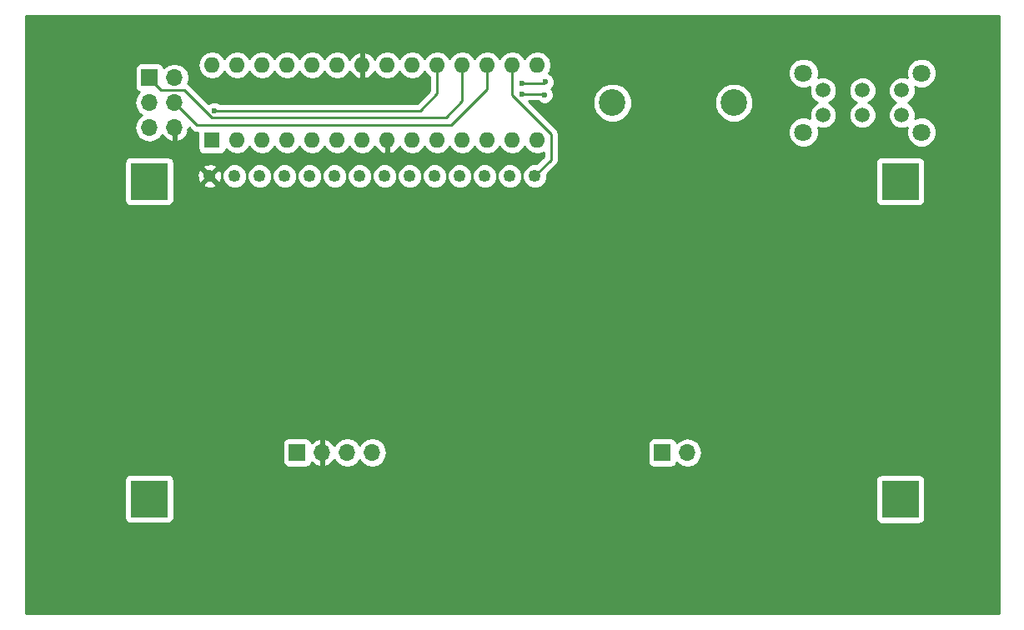
<source format=gbr>
G04 #@! TF.FileFunction,Copper,L2,Bot,Signal*
%FSLAX46Y46*%
G04 Gerber Fmt 4.6, Leading zero omitted, Abs format (unit mm)*
G04 Created by KiCad (PCBNEW 4.0.6) date Fri Mar 17 12:33:41 2017*
%MOMM*%
%LPD*%
G01*
G04 APERTURE LIST*
%ADD10C,0.100000*%
%ADD11R,1.700000X1.700000*%
%ADD12O,1.700000X1.700000*%
%ADD13C,1.500000*%
%ADD14C,1.800000*%
%ADD15R,1.600000X1.600000*%
%ADD16O,1.600000X1.600000*%
%ADD17C,2.700000*%
%ADD18R,3.750000X3.750000*%
%ADD19C,1.250000*%
%ADD20C,0.600000*%
%ADD21C,0.250000*%
%ADD22C,0.254000*%
G04 APERTURE END LIST*
D10*
D11*
X81280000Y-62230000D03*
D12*
X83820000Y-62230000D03*
D11*
X29210000Y-24130000D03*
D12*
X31750000Y-24130000D03*
X29210000Y-26670000D03*
X31750000Y-26670000D03*
X29210000Y-29210000D03*
X31750000Y-29210000D03*
D11*
X44197000Y-62217000D03*
D12*
X46737000Y-62217000D03*
X49277000Y-62217000D03*
X51817000Y-62217000D03*
D13*
X97600000Y-25420000D03*
X101600000Y-25420000D03*
X105600000Y-25420000D03*
X97600000Y-27920000D03*
X101600000Y-27920000D03*
X105600000Y-27920000D03*
D14*
X95600000Y-23670000D03*
X107600000Y-23670000D03*
X95600000Y-29670000D03*
X107600000Y-29670000D03*
D15*
X35560000Y-30480000D03*
D16*
X68580000Y-22860000D03*
X38100000Y-30480000D03*
X66040000Y-22860000D03*
X40640000Y-30480000D03*
X63500000Y-22860000D03*
X43180000Y-30480000D03*
X60960000Y-22860000D03*
X45720000Y-30480000D03*
X58420000Y-22860000D03*
X48260000Y-30480000D03*
X55880000Y-22860000D03*
X50800000Y-30480000D03*
X53340000Y-22860000D03*
X53340000Y-30480000D03*
X50800000Y-22860000D03*
X55880000Y-30480000D03*
X48260000Y-22860000D03*
X58420000Y-30480000D03*
X45720000Y-22860000D03*
X60960000Y-30480000D03*
X43180000Y-22860000D03*
X63500000Y-30480000D03*
X40640000Y-22860000D03*
X66040000Y-30480000D03*
X38100000Y-22860000D03*
X68580000Y-30480000D03*
X35560000Y-22860000D03*
D17*
X76200000Y-26670000D03*
X88540000Y-26670000D03*
D18*
X29185000Y-34675000D03*
X105435000Y-34675000D03*
X29185000Y-66925000D03*
X105435000Y-66950000D03*
D19*
X35310000Y-34130000D03*
X37850000Y-34130000D03*
X40390000Y-34130000D03*
X42930000Y-34130000D03*
X45470000Y-34130000D03*
X48010000Y-34130000D03*
X50550000Y-34130000D03*
X53090000Y-34130000D03*
X55630000Y-34130000D03*
X58170000Y-34130000D03*
X60710000Y-34130000D03*
X63250000Y-34130000D03*
X65790000Y-34130000D03*
X68330000Y-34130000D03*
D20*
X77210000Y-20270000D03*
X89850000Y-20320000D03*
X51120000Y-20320000D03*
X110110000Y-76070000D03*
X19940000Y-76060000D03*
X110100000Y-29000000D03*
X19940000Y-29070000D03*
X67010000Y-24670000D03*
X69410000Y-24570000D03*
X67010000Y-25770000D03*
X69310000Y-25870000D03*
X35810000Y-27470000D03*
D21*
X89810000Y-20270000D02*
X89810000Y-20280000D01*
X89810000Y-20280000D02*
X89850000Y-20320000D01*
X51110000Y-20270000D02*
X51110000Y-20310000D01*
X51110000Y-20310000D02*
X51120000Y-20320000D01*
X19910000Y-76070000D02*
X19930000Y-76070000D01*
X19930000Y-76070000D02*
X19940000Y-76060000D01*
X110200000Y-29200000D02*
X110200000Y-29100000D01*
X110200000Y-29100000D02*
X110100000Y-29000000D01*
X19900000Y-29100000D02*
X19910000Y-29100000D01*
X19910000Y-29100000D02*
X19940000Y-29070000D01*
X69310000Y-24670000D02*
X67010000Y-24670000D01*
X69410000Y-24570000D02*
X69310000Y-24670000D01*
X69210000Y-25770000D02*
X67010000Y-25770000D01*
X69310000Y-25870000D02*
X69210000Y-25770000D01*
X60960000Y-22860000D02*
X60960000Y-26520000D01*
X30410000Y-25370000D02*
X29210000Y-24170000D01*
X32710000Y-25370000D02*
X30410000Y-25370000D01*
X35510000Y-28170000D02*
X32710000Y-25370000D01*
X59310000Y-28170000D02*
X35510000Y-28170000D01*
X60960000Y-26520000D02*
X59310000Y-28170000D01*
X29210000Y-24170000D02*
X29210000Y-24130000D01*
X58420000Y-22860000D02*
X58420000Y-25760000D01*
X56710000Y-27470000D02*
X35810000Y-27470000D01*
X58420000Y-25760000D02*
X56710000Y-27470000D01*
X63500000Y-22860000D02*
X63500000Y-25280000D01*
X34050000Y-28970000D02*
X31750000Y-26670000D01*
X59810000Y-28970000D02*
X34050000Y-28970000D01*
X63500000Y-25280000D02*
X59810000Y-28970000D01*
X66040000Y-22860000D02*
X66040000Y-25895300D01*
X69989700Y-32470300D02*
X68330000Y-34130000D01*
X69989700Y-29845000D02*
X69989700Y-32470300D01*
X66040000Y-25895300D02*
X69989700Y-29845000D01*
D22*
G36*
X115444000Y-78600000D02*
X16638000Y-78600000D01*
X16638000Y-65050000D01*
X26662560Y-65050000D01*
X26662560Y-68800000D01*
X26706838Y-69035317D01*
X26845910Y-69251441D01*
X27058110Y-69396431D01*
X27310000Y-69447440D01*
X31060000Y-69447440D01*
X31295317Y-69403162D01*
X31511441Y-69264090D01*
X31656431Y-69051890D01*
X31707440Y-68800000D01*
X31707440Y-65075000D01*
X102912560Y-65075000D01*
X102912560Y-68825000D01*
X102956838Y-69060317D01*
X103095910Y-69276441D01*
X103308110Y-69421431D01*
X103560000Y-69472440D01*
X107310000Y-69472440D01*
X107545317Y-69428162D01*
X107761441Y-69289090D01*
X107906431Y-69076890D01*
X107957440Y-68825000D01*
X107957440Y-65075000D01*
X107913162Y-64839683D01*
X107774090Y-64623559D01*
X107561890Y-64478569D01*
X107310000Y-64427560D01*
X103560000Y-64427560D01*
X103324683Y-64471838D01*
X103108559Y-64610910D01*
X102963569Y-64823110D01*
X102912560Y-65075000D01*
X31707440Y-65075000D01*
X31707440Y-65050000D01*
X31663162Y-64814683D01*
X31524090Y-64598559D01*
X31311890Y-64453569D01*
X31060000Y-64402560D01*
X27310000Y-64402560D01*
X27074683Y-64446838D01*
X26858559Y-64585910D01*
X26713569Y-64798110D01*
X26662560Y-65050000D01*
X16638000Y-65050000D01*
X16638000Y-61367000D01*
X42699560Y-61367000D01*
X42699560Y-63067000D01*
X42743838Y-63302317D01*
X42882910Y-63518441D01*
X43095110Y-63663431D01*
X43347000Y-63714440D01*
X45047000Y-63714440D01*
X45282317Y-63670162D01*
X45498441Y-63531090D01*
X45643431Y-63318890D01*
X45665301Y-63210893D01*
X45970076Y-63488645D01*
X46380110Y-63658476D01*
X46610000Y-63537155D01*
X46610000Y-62344000D01*
X46590000Y-62344000D01*
X46590000Y-62090000D01*
X46610000Y-62090000D01*
X46610000Y-60896845D01*
X46864000Y-60896845D01*
X46864000Y-62090000D01*
X46884000Y-62090000D01*
X46884000Y-62344000D01*
X46864000Y-62344000D01*
X46864000Y-63537155D01*
X47093890Y-63658476D01*
X47503924Y-63488645D01*
X47932183Y-63098358D01*
X47999298Y-62955447D01*
X48226946Y-63296147D01*
X48708715Y-63618054D01*
X49277000Y-63731093D01*
X49845285Y-63618054D01*
X50327054Y-63296147D01*
X50547000Y-62966974D01*
X50766946Y-63296147D01*
X51248715Y-63618054D01*
X51817000Y-63731093D01*
X52385285Y-63618054D01*
X52867054Y-63296147D01*
X53188961Y-62814378D01*
X53302000Y-62246093D01*
X53302000Y-62187907D01*
X53188961Y-61619622D01*
X53028852Y-61380000D01*
X79782560Y-61380000D01*
X79782560Y-63080000D01*
X79826838Y-63315317D01*
X79965910Y-63531441D01*
X80178110Y-63676431D01*
X80430000Y-63727440D01*
X82130000Y-63727440D01*
X82365317Y-63683162D01*
X82581441Y-63544090D01*
X82726431Y-63331890D01*
X82740086Y-63264459D01*
X82769946Y-63309147D01*
X83251715Y-63631054D01*
X83820000Y-63744093D01*
X84388285Y-63631054D01*
X84870054Y-63309147D01*
X85191961Y-62827378D01*
X85305000Y-62259093D01*
X85305000Y-62200907D01*
X85191961Y-61632622D01*
X84870054Y-61150853D01*
X84388285Y-60828946D01*
X83820000Y-60715907D01*
X83251715Y-60828946D01*
X82769946Y-61150853D01*
X82742150Y-61192452D01*
X82733162Y-61144683D01*
X82594090Y-60928559D01*
X82381890Y-60783569D01*
X82130000Y-60732560D01*
X80430000Y-60732560D01*
X80194683Y-60776838D01*
X79978559Y-60915910D01*
X79833569Y-61128110D01*
X79782560Y-61380000D01*
X53028852Y-61380000D01*
X52867054Y-61137853D01*
X52385285Y-60815946D01*
X51817000Y-60702907D01*
X51248715Y-60815946D01*
X50766946Y-61137853D01*
X50547000Y-61467026D01*
X50327054Y-61137853D01*
X49845285Y-60815946D01*
X49277000Y-60702907D01*
X48708715Y-60815946D01*
X48226946Y-61137853D01*
X47999298Y-61478553D01*
X47932183Y-61335642D01*
X47503924Y-60945355D01*
X47093890Y-60775524D01*
X46864000Y-60896845D01*
X46610000Y-60896845D01*
X46380110Y-60775524D01*
X45970076Y-60945355D01*
X45667063Y-61221501D01*
X45650162Y-61131683D01*
X45511090Y-60915559D01*
X45298890Y-60770569D01*
X45047000Y-60719560D01*
X43347000Y-60719560D01*
X43111683Y-60763838D01*
X42895559Y-60902910D01*
X42750569Y-61115110D01*
X42699560Y-61367000D01*
X16638000Y-61367000D01*
X16638000Y-32800000D01*
X26662560Y-32800000D01*
X26662560Y-36550000D01*
X26706838Y-36785317D01*
X26845910Y-37001441D01*
X27058110Y-37146431D01*
X27310000Y-37197440D01*
X31060000Y-37197440D01*
X31295317Y-37153162D01*
X31511441Y-37014090D01*
X31656431Y-36801890D01*
X31707440Y-36550000D01*
X31707440Y-35010878D01*
X34608727Y-35010878D01*
X34661325Y-35238890D01*
X35135056Y-35402717D01*
X35635420Y-35372785D01*
X35958675Y-35238890D01*
X36011273Y-35010878D01*
X35310000Y-34309605D01*
X34608727Y-35010878D01*
X31707440Y-35010878D01*
X31707440Y-33955056D01*
X34037283Y-33955056D01*
X34067215Y-34455420D01*
X34201110Y-34778675D01*
X34429122Y-34831273D01*
X35130395Y-34130000D01*
X35489605Y-34130000D01*
X36190878Y-34831273D01*
X36418890Y-34778675D01*
X36556923Y-34379530D01*
X36589782Y-34379530D01*
X36781201Y-34842800D01*
X37135335Y-35197553D01*
X37598271Y-35389781D01*
X38099530Y-35390218D01*
X38562800Y-35198799D01*
X38917553Y-34844665D01*
X39109781Y-34381729D01*
X39109782Y-34379530D01*
X39129782Y-34379530D01*
X39321201Y-34842800D01*
X39675335Y-35197553D01*
X40138271Y-35389781D01*
X40639530Y-35390218D01*
X41102800Y-35198799D01*
X41457553Y-34844665D01*
X41649781Y-34381729D01*
X41649782Y-34379530D01*
X41669782Y-34379530D01*
X41861201Y-34842800D01*
X42215335Y-35197553D01*
X42678271Y-35389781D01*
X43179530Y-35390218D01*
X43642800Y-35198799D01*
X43997553Y-34844665D01*
X44189781Y-34381729D01*
X44189782Y-34379530D01*
X44209782Y-34379530D01*
X44401201Y-34842800D01*
X44755335Y-35197553D01*
X45218271Y-35389781D01*
X45719530Y-35390218D01*
X46182800Y-35198799D01*
X46537553Y-34844665D01*
X46729781Y-34381729D01*
X46729782Y-34379530D01*
X46749782Y-34379530D01*
X46941201Y-34842800D01*
X47295335Y-35197553D01*
X47758271Y-35389781D01*
X48259530Y-35390218D01*
X48722800Y-35198799D01*
X49077553Y-34844665D01*
X49269781Y-34381729D01*
X49269782Y-34379530D01*
X49289782Y-34379530D01*
X49481201Y-34842800D01*
X49835335Y-35197553D01*
X50298271Y-35389781D01*
X50799530Y-35390218D01*
X51262800Y-35198799D01*
X51617553Y-34844665D01*
X51809781Y-34381729D01*
X51809782Y-34379530D01*
X51829782Y-34379530D01*
X52021201Y-34842800D01*
X52375335Y-35197553D01*
X52838271Y-35389781D01*
X53339530Y-35390218D01*
X53802800Y-35198799D01*
X54157553Y-34844665D01*
X54349781Y-34381729D01*
X54349782Y-34379530D01*
X54369782Y-34379530D01*
X54561201Y-34842800D01*
X54915335Y-35197553D01*
X55378271Y-35389781D01*
X55879530Y-35390218D01*
X56342800Y-35198799D01*
X56697553Y-34844665D01*
X56889781Y-34381729D01*
X56889782Y-34379530D01*
X56909782Y-34379530D01*
X57101201Y-34842800D01*
X57455335Y-35197553D01*
X57918271Y-35389781D01*
X58419530Y-35390218D01*
X58882800Y-35198799D01*
X59237553Y-34844665D01*
X59429781Y-34381729D01*
X59429782Y-34379530D01*
X59449782Y-34379530D01*
X59641201Y-34842800D01*
X59995335Y-35197553D01*
X60458271Y-35389781D01*
X60959530Y-35390218D01*
X61422800Y-35198799D01*
X61777553Y-34844665D01*
X61969781Y-34381729D01*
X61969782Y-34379530D01*
X61989782Y-34379530D01*
X62181201Y-34842800D01*
X62535335Y-35197553D01*
X62998271Y-35389781D01*
X63499530Y-35390218D01*
X63962800Y-35198799D01*
X64317553Y-34844665D01*
X64509781Y-34381729D01*
X64509782Y-34379530D01*
X64529782Y-34379530D01*
X64721201Y-34842800D01*
X65075335Y-35197553D01*
X65538271Y-35389781D01*
X66039530Y-35390218D01*
X66502800Y-35198799D01*
X66857553Y-34844665D01*
X67049781Y-34381729D01*
X67050218Y-33880470D01*
X66858799Y-33417200D01*
X66504665Y-33062447D01*
X66041729Y-32870219D01*
X65540470Y-32869782D01*
X65077200Y-33061201D01*
X64722447Y-33415335D01*
X64530219Y-33878271D01*
X64529782Y-34379530D01*
X64509782Y-34379530D01*
X64510218Y-33880470D01*
X64318799Y-33417200D01*
X63964665Y-33062447D01*
X63501729Y-32870219D01*
X63000470Y-32869782D01*
X62537200Y-33061201D01*
X62182447Y-33415335D01*
X61990219Y-33878271D01*
X61989782Y-34379530D01*
X61969782Y-34379530D01*
X61970218Y-33880470D01*
X61778799Y-33417200D01*
X61424665Y-33062447D01*
X60961729Y-32870219D01*
X60460470Y-32869782D01*
X59997200Y-33061201D01*
X59642447Y-33415335D01*
X59450219Y-33878271D01*
X59449782Y-34379530D01*
X59429782Y-34379530D01*
X59430218Y-33880470D01*
X59238799Y-33417200D01*
X58884665Y-33062447D01*
X58421729Y-32870219D01*
X57920470Y-32869782D01*
X57457200Y-33061201D01*
X57102447Y-33415335D01*
X56910219Y-33878271D01*
X56909782Y-34379530D01*
X56889782Y-34379530D01*
X56890218Y-33880470D01*
X56698799Y-33417200D01*
X56344665Y-33062447D01*
X55881729Y-32870219D01*
X55380470Y-32869782D01*
X54917200Y-33061201D01*
X54562447Y-33415335D01*
X54370219Y-33878271D01*
X54369782Y-34379530D01*
X54349782Y-34379530D01*
X54350218Y-33880470D01*
X54158799Y-33417200D01*
X53804665Y-33062447D01*
X53341729Y-32870219D01*
X52840470Y-32869782D01*
X52377200Y-33061201D01*
X52022447Y-33415335D01*
X51830219Y-33878271D01*
X51829782Y-34379530D01*
X51809782Y-34379530D01*
X51810218Y-33880470D01*
X51618799Y-33417200D01*
X51264665Y-33062447D01*
X50801729Y-32870219D01*
X50300470Y-32869782D01*
X49837200Y-33061201D01*
X49482447Y-33415335D01*
X49290219Y-33878271D01*
X49289782Y-34379530D01*
X49269782Y-34379530D01*
X49270218Y-33880470D01*
X49078799Y-33417200D01*
X48724665Y-33062447D01*
X48261729Y-32870219D01*
X47760470Y-32869782D01*
X47297200Y-33061201D01*
X46942447Y-33415335D01*
X46750219Y-33878271D01*
X46749782Y-34379530D01*
X46729782Y-34379530D01*
X46730218Y-33880470D01*
X46538799Y-33417200D01*
X46184665Y-33062447D01*
X45721729Y-32870219D01*
X45220470Y-32869782D01*
X44757200Y-33061201D01*
X44402447Y-33415335D01*
X44210219Y-33878271D01*
X44209782Y-34379530D01*
X44189782Y-34379530D01*
X44190218Y-33880470D01*
X43998799Y-33417200D01*
X43644665Y-33062447D01*
X43181729Y-32870219D01*
X42680470Y-32869782D01*
X42217200Y-33061201D01*
X41862447Y-33415335D01*
X41670219Y-33878271D01*
X41669782Y-34379530D01*
X41649782Y-34379530D01*
X41650218Y-33880470D01*
X41458799Y-33417200D01*
X41104665Y-33062447D01*
X40641729Y-32870219D01*
X40140470Y-32869782D01*
X39677200Y-33061201D01*
X39322447Y-33415335D01*
X39130219Y-33878271D01*
X39129782Y-34379530D01*
X39109782Y-34379530D01*
X39110218Y-33880470D01*
X38918799Y-33417200D01*
X38564665Y-33062447D01*
X38101729Y-32870219D01*
X37600470Y-32869782D01*
X37137200Y-33061201D01*
X36782447Y-33415335D01*
X36590219Y-33878271D01*
X36589782Y-34379530D01*
X36556923Y-34379530D01*
X36582717Y-34304944D01*
X36552785Y-33804580D01*
X36418890Y-33481325D01*
X36190878Y-33428727D01*
X35489605Y-34130000D01*
X35130395Y-34130000D01*
X34429122Y-33428727D01*
X34201110Y-33481325D01*
X34037283Y-33955056D01*
X31707440Y-33955056D01*
X31707440Y-33249122D01*
X34608727Y-33249122D01*
X35310000Y-33950395D01*
X36011273Y-33249122D01*
X35958675Y-33021110D01*
X35484944Y-32857283D01*
X34984580Y-32887215D01*
X34661325Y-33021110D01*
X34608727Y-33249122D01*
X31707440Y-33249122D01*
X31707440Y-32800000D01*
X31663162Y-32564683D01*
X31524090Y-32348559D01*
X31311890Y-32203569D01*
X31060000Y-32152560D01*
X27310000Y-32152560D01*
X27074683Y-32196838D01*
X26858559Y-32335910D01*
X26713569Y-32548110D01*
X26662560Y-32800000D01*
X16638000Y-32800000D01*
X16638000Y-26670000D01*
X27695907Y-26670000D01*
X27808946Y-27238285D01*
X28130853Y-27720054D01*
X28460026Y-27940000D01*
X28130853Y-28159946D01*
X27808946Y-28641715D01*
X27695907Y-29210000D01*
X27808946Y-29778285D01*
X28130853Y-30260054D01*
X28612622Y-30581961D01*
X29180907Y-30695000D01*
X29239093Y-30695000D01*
X29807378Y-30581961D01*
X30289147Y-30260054D01*
X30478345Y-29976899D01*
X30478355Y-29976924D01*
X30868642Y-30405183D01*
X31393108Y-30651486D01*
X31623000Y-30530819D01*
X31623000Y-29337000D01*
X31603000Y-29337000D01*
X31603000Y-29083000D01*
X31623000Y-29083000D01*
X31623000Y-29063000D01*
X31877000Y-29063000D01*
X31877000Y-29083000D01*
X31897000Y-29083000D01*
X31897000Y-29337000D01*
X31877000Y-29337000D01*
X31877000Y-30530819D01*
X32106892Y-30651486D01*
X32631358Y-30405183D01*
X33021645Y-29976924D01*
X33191476Y-29566890D01*
X33070156Y-29337002D01*
X33235000Y-29337002D01*
X33235000Y-29229802D01*
X33512599Y-29507401D01*
X33759160Y-29672148D01*
X34050000Y-29730000D01*
X34112560Y-29730000D01*
X34112560Y-31280000D01*
X34156838Y-31515317D01*
X34295910Y-31731441D01*
X34508110Y-31876431D01*
X34760000Y-31927440D01*
X36360000Y-31927440D01*
X36595317Y-31883162D01*
X36811441Y-31744090D01*
X36956431Y-31531890D01*
X36987815Y-31376911D01*
X37085302Y-31522811D01*
X37550849Y-31833880D01*
X38100000Y-31943113D01*
X38649151Y-31833880D01*
X39114698Y-31522811D01*
X39370000Y-31140725D01*
X39625302Y-31522811D01*
X40090849Y-31833880D01*
X40640000Y-31943113D01*
X41189151Y-31833880D01*
X41654698Y-31522811D01*
X41910000Y-31140725D01*
X42165302Y-31522811D01*
X42630849Y-31833880D01*
X43180000Y-31943113D01*
X43729151Y-31833880D01*
X44194698Y-31522811D01*
X44450000Y-31140725D01*
X44705302Y-31522811D01*
X45170849Y-31833880D01*
X45720000Y-31943113D01*
X46269151Y-31833880D01*
X46734698Y-31522811D01*
X46990000Y-31140725D01*
X47245302Y-31522811D01*
X47710849Y-31833880D01*
X48260000Y-31943113D01*
X48809151Y-31833880D01*
X49274698Y-31522811D01*
X49530000Y-31140725D01*
X49785302Y-31522811D01*
X50250849Y-31833880D01*
X50800000Y-31943113D01*
X51349151Y-31833880D01*
X51814698Y-31522811D01*
X52084986Y-31118297D01*
X52187611Y-31335134D01*
X52602577Y-31711041D01*
X52990961Y-31871904D01*
X53213000Y-31749915D01*
X53213000Y-30607000D01*
X53193000Y-30607000D01*
X53193000Y-30353000D01*
X53213000Y-30353000D01*
X53213000Y-30333000D01*
X53467000Y-30333000D01*
X53467000Y-30353000D01*
X53487000Y-30353000D01*
X53487000Y-30607000D01*
X53467000Y-30607000D01*
X53467000Y-31749915D01*
X53689039Y-31871904D01*
X54077423Y-31711041D01*
X54492389Y-31335134D01*
X54595014Y-31118297D01*
X54865302Y-31522811D01*
X55330849Y-31833880D01*
X55880000Y-31943113D01*
X56429151Y-31833880D01*
X56894698Y-31522811D01*
X57150000Y-31140725D01*
X57405302Y-31522811D01*
X57870849Y-31833880D01*
X58420000Y-31943113D01*
X58969151Y-31833880D01*
X59434698Y-31522811D01*
X59690000Y-31140725D01*
X59945302Y-31522811D01*
X60410849Y-31833880D01*
X60960000Y-31943113D01*
X61509151Y-31833880D01*
X61974698Y-31522811D01*
X62230000Y-31140725D01*
X62485302Y-31522811D01*
X62950849Y-31833880D01*
X63500000Y-31943113D01*
X64049151Y-31833880D01*
X64514698Y-31522811D01*
X64770000Y-31140725D01*
X65025302Y-31522811D01*
X65490849Y-31833880D01*
X66040000Y-31943113D01*
X66589151Y-31833880D01*
X67054698Y-31522811D01*
X67310000Y-31140725D01*
X67565302Y-31522811D01*
X68030849Y-31833880D01*
X68580000Y-31943113D01*
X69129151Y-31833880D01*
X69229700Y-31766695D01*
X69229700Y-32155498D01*
X68515037Y-32870161D01*
X68080470Y-32869782D01*
X67617200Y-33061201D01*
X67262447Y-33415335D01*
X67070219Y-33878271D01*
X67069782Y-34379530D01*
X67261201Y-34842800D01*
X67615335Y-35197553D01*
X68078271Y-35389781D01*
X68579530Y-35390218D01*
X69042800Y-35198799D01*
X69397553Y-34844665D01*
X69589781Y-34381729D01*
X69590162Y-33944640D01*
X70527101Y-33007701D01*
X70665882Y-32800000D01*
X102912560Y-32800000D01*
X102912560Y-36550000D01*
X102956838Y-36785317D01*
X103095910Y-37001441D01*
X103308110Y-37146431D01*
X103560000Y-37197440D01*
X107310000Y-37197440D01*
X107545317Y-37153162D01*
X107761441Y-37014090D01*
X107906431Y-36801890D01*
X107957440Y-36550000D01*
X107957440Y-32800000D01*
X107913162Y-32564683D01*
X107774090Y-32348559D01*
X107561890Y-32203569D01*
X107310000Y-32152560D01*
X103560000Y-32152560D01*
X103324683Y-32196838D01*
X103108559Y-32335910D01*
X102963569Y-32548110D01*
X102912560Y-32800000D01*
X70665882Y-32800000D01*
X70691848Y-32761140D01*
X70749700Y-32470300D01*
X70749700Y-29845000D01*
X70691848Y-29554161D01*
X70691848Y-29554160D01*
X70527101Y-29307599D01*
X68282611Y-27063109D01*
X74214657Y-27063109D01*
X74516218Y-27792943D01*
X75074120Y-28351819D01*
X75803427Y-28654654D01*
X76593109Y-28655343D01*
X77322943Y-28353782D01*
X77881819Y-27795880D01*
X78184654Y-27066573D01*
X78184657Y-27063109D01*
X86554657Y-27063109D01*
X86856218Y-27792943D01*
X87414120Y-28351819D01*
X88143427Y-28654654D01*
X88933109Y-28655343D01*
X89662943Y-28353782D01*
X90221819Y-27795880D01*
X90524654Y-27066573D01*
X90525343Y-26276891D01*
X90223782Y-25547057D01*
X89665880Y-24988181D01*
X88936573Y-24685346D01*
X88146891Y-24684657D01*
X87417057Y-24986218D01*
X86858181Y-25544120D01*
X86555346Y-26273427D01*
X86554657Y-27063109D01*
X78184657Y-27063109D01*
X78185343Y-26276891D01*
X77883782Y-25547057D01*
X77325880Y-24988181D01*
X76596573Y-24685346D01*
X75806891Y-24684657D01*
X75077057Y-24986218D01*
X74518181Y-25544120D01*
X74215346Y-26273427D01*
X74214657Y-27063109D01*
X68282611Y-27063109D01*
X67749502Y-26530000D01*
X68647711Y-26530000D01*
X68779673Y-26662192D01*
X69123201Y-26804838D01*
X69495167Y-26805162D01*
X69838943Y-26663117D01*
X70102192Y-26400327D01*
X70244838Y-26056799D01*
X70245162Y-25684833D01*
X70103117Y-25341057D01*
X70032203Y-25270019D01*
X70202192Y-25100327D01*
X70344838Y-24756799D01*
X70345162Y-24384833D01*
X70203117Y-24041057D01*
X70136168Y-23973991D01*
X94064735Y-23973991D01*
X94297932Y-24538371D01*
X94729357Y-24970551D01*
X95293330Y-25204733D01*
X95903991Y-25205265D01*
X96248643Y-25062858D01*
X96215241Y-25143298D01*
X96214760Y-25694285D01*
X96425169Y-26203515D01*
X96814436Y-26593461D01*
X96998586Y-26669927D01*
X96816485Y-26745169D01*
X96426539Y-27134436D01*
X96215241Y-27643298D01*
X96214760Y-28194285D01*
X96249131Y-28277469D01*
X95906670Y-28135267D01*
X95296009Y-28134735D01*
X94731629Y-28367932D01*
X94299449Y-28799357D01*
X94065267Y-29363330D01*
X94064735Y-29973991D01*
X94297932Y-30538371D01*
X94729357Y-30970551D01*
X95293330Y-31204733D01*
X95903991Y-31205265D01*
X96468371Y-30972068D01*
X96900551Y-30540643D01*
X97134733Y-29976670D01*
X97135265Y-29366009D01*
X97065773Y-29197825D01*
X97323298Y-29304759D01*
X97874285Y-29305240D01*
X98383515Y-29094831D01*
X98773461Y-28705564D01*
X98984759Y-28196702D01*
X98985240Y-27645715D01*
X98774831Y-27136485D01*
X98385564Y-26746539D01*
X98201414Y-26670073D01*
X98383515Y-26594831D01*
X98773461Y-26205564D01*
X98984759Y-25696702D01*
X98984761Y-25694285D01*
X100214760Y-25694285D01*
X100425169Y-26203515D01*
X100814436Y-26593461D01*
X100998586Y-26669927D01*
X100816485Y-26745169D01*
X100426539Y-27134436D01*
X100215241Y-27643298D01*
X100214760Y-28194285D01*
X100425169Y-28703515D01*
X100814436Y-29093461D01*
X101323298Y-29304759D01*
X101874285Y-29305240D01*
X102383515Y-29094831D01*
X102773461Y-28705564D01*
X102984759Y-28196702D01*
X102985240Y-27645715D01*
X102774831Y-27136485D01*
X102385564Y-26746539D01*
X102201414Y-26670073D01*
X102383515Y-26594831D01*
X102773461Y-26205564D01*
X102984759Y-25696702D01*
X102984761Y-25694285D01*
X104214760Y-25694285D01*
X104425169Y-26203515D01*
X104814436Y-26593461D01*
X104998586Y-26669927D01*
X104816485Y-26745169D01*
X104426539Y-27134436D01*
X104215241Y-27643298D01*
X104214760Y-28194285D01*
X104425169Y-28703515D01*
X104814436Y-29093461D01*
X105323298Y-29304759D01*
X105874285Y-29305240D01*
X106133937Y-29197954D01*
X106065267Y-29363330D01*
X106064735Y-29973991D01*
X106297932Y-30538371D01*
X106729357Y-30970551D01*
X107293330Y-31204733D01*
X107903991Y-31205265D01*
X108468371Y-30972068D01*
X108900551Y-30540643D01*
X109134733Y-29976670D01*
X109135265Y-29366009D01*
X108902068Y-28801629D01*
X108470643Y-28369449D01*
X107906670Y-28135267D01*
X107296009Y-28134735D01*
X106951357Y-28277142D01*
X106984759Y-28196702D01*
X106985240Y-27645715D01*
X106774831Y-27136485D01*
X106385564Y-26746539D01*
X106201414Y-26670073D01*
X106383515Y-26594831D01*
X106773461Y-26205564D01*
X106984759Y-25696702D01*
X106985240Y-25145715D01*
X106950869Y-25062531D01*
X107293330Y-25204733D01*
X107903991Y-25205265D01*
X108468371Y-24972068D01*
X108900551Y-24540643D01*
X109134733Y-23976670D01*
X109135265Y-23366009D01*
X108902068Y-22801629D01*
X108470643Y-22369449D01*
X107906670Y-22135267D01*
X107296009Y-22134735D01*
X106731629Y-22367932D01*
X106299449Y-22799357D01*
X106065267Y-23363330D01*
X106064735Y-23973991D01*
X106134227Y-24142175D01*
X105876702Y-24035241D01*
X105325715Y-24034760D01*
X104816485Y-24245169D01*
X104426539Y-24634436D01*
X104215241Y-25143298D01*
X104214760Y-25694285D01*
X102984761Y-25694285D01*
X102985240Y-25145715D01*
X102774831Y-24636485D01*
X102385564Y-24246539D01*
X101876702Y-24035241D01*
X101325715Y-24034760D01*
X100816485Y-24245169D01*
X100426539Y-24634436D01*
X100215241Y-25143298D01*
X100214760Y-25694285D01*
X98984761Y-25694285D01*
X98985240Y-25145715D01*
X98774831Y-24636485D01*
X98385564Y-24246539D01*
X97876702Y-24035241D01*
X97325715Y-24034760D01*
X97066063Y-24142046D01*
X97134733Y-23976670D01*
X97135265Y-23366009D01*
X96902068Y-22801629D01*
X96470643Y-22369449D01*
X95906670Y-22135267D01*
X95296009Y-22134735D01*
X94731629Y-22367932D01*
X94299449Y-22799357D01*
X94065267Y-23363330D01*
X94064735Y-23973991D01*
X70136168Y-23973991D01*
X69940327Y-23777808D01*
X69735150Y-23692611D01*
X69905767Y-23437264D01*
X70015000Y-22888113D01*
X70015000Y-22831887D01*
X69905767Y-22282736D01*
X69594698Y-21817189D01*
X69129151Y-21506120D01*
X68580000Y-21396887D01*
X68030849Y-21506120D01*
X67565302Y-21817189D01*
X67310000Y-22199275D01*
X67054698Y-21817189D01*
X66589151Y-21506120D01*
X66040000Y-21396887D01*
X65490849Y-21506120D01*
X65025302Y-21817189D01*
X64770000Y-22199275D01*
X64514698Y-21817189D01*
X64049151Y-21506120D01*
X63500000Y-21396887D01*
X62950849Y-21506120D01*
X62485302Y-21817189D01*
X62230000Y-22199275D01*
X61974698Y-21817189D01*
X61509151Y-21506120D01*
X60960000Y-21396887D01*
X60410849Y-21506120D01*
X59945302Y-21817189D01*
X59690000Y-22199275D01*
X59434698Y-21817189D01*
X58969151Y-21506120D01*
X58420000Y-21396887D01*
X57870849Y-21506120D01*
X57405302Y-21817189D01*
X57150000Y-22199275D01*
X56894698Y-21817189D01*
X56429151Y-21506120D01*
X55880000Y-21396887D01*
X55330849Y-21506120D01*
X54865302Y-21817189D01*
X54610000Y-22199275D01*
X54354698Y-21817189D01*
X53889151Y-21506120D01*
X53340000Y-21396887D01*
X52790849Y-21506120D01*
X52325302Y-21817189D01*
X52055014Y-22221703D01*
X51952389Y-22004866D01*
X51537423Y-21628959D01*
X51149039Y-21468096D01*
X50927000Y-21590085D01*
X50927000Y-22733000D01*
X50947000Y-22733000D01*
X50947000Y-22987000D01*
X50927000Y-22987000D01*
X50927000Y-24129915D01*
X51149039Y-24251904D01*
X51537423Y-24091041D01*
X51952389Y-23715134D01*
X52055014Y-23498297D01*
X52325302Y-23902811D01*
X52790849Y-24213880D01*
X53340000Y-24323113D01*
X53889151Y-24213880D01*
X54354698Y-23902811D01*
X54610000Y-23520725D01*
X54865302Y-23902811D01*
X55330849Y-24213880D01*
X55880000Y-24323113D01*
X56429151Y-24213880D01*
X56894698Y-23902811D01*
X57150000Y-23520725D01*
X57405302Y-23902811D01*
X57660000Y-24072995D01*
X57660000Y-25445198D01*
X56395198Y-26710000D01*
X36372463Y-26710000D01*
X36340327Y-26677808D01*
X35996799Y-26535162D01*
X35624833Y-26534838D01*
X35281057Y-26676883D01*
X35186288Y-26771486D01*
X33247401Y-24832599D01*
X33118747Y-24746636D01*
X33151054Y-24698285D01*
X33264093Y-24130000D01*
X33151054Y-23561715D01*
X32829147Y-23079946D01*
X32457900Y-22831887D01*
X34125000Y-22831887D01*
X34125000Y-22888113D01*
X34234233Y-23437264D01*
X34545302Y-23902811D01*
X35010849Y-24213880D01*
X35560000Y-24323113D01*
X36109151Y-24213880D01*
X36574698Y-23902811D01*
X36830000Y-23520725D01*
X37085302Y-23902811D01*
X37550849Y-24213880D01*
X38100000Y-24323113D01*
X38649151Y-24213880D01*
X39114698Y-23902811D01*
X39370000Y-23520725D01*
X39625302Y-23902811D01*
X40090849Y-24213880D01*
X40640000Y-24323113D01*
X41189151Y-24213880D01*
X41654698Y-23902811D01*
X41910000Y-23520725D01*
X42165302Y-23902811D01*
X42630849Y-24213880D01*
X43180000Y-24323113D01*
X43729151Y-24213880D01*
X44194698Y-23902811D01*
X44450000Y-23520725D01*
X44705302Y-23902811D01*
X45170849Y-24213880D01*
X45720000Y-24323113D01*
X46269151Y-24213880D01*
X46734698Y-23902811D01*
X46990000Y-23520725D01*
X47245302Y-23902811D01*
X47710849Y-24213880D01*
X48260000Y-24323113D01*
X48809151Y-24213880D01*
X49274698Y-23902811D01*
X49544986Y-23498297D01*
X49647611Y-23715134D01*
X50062577Y-24091041D01*
X50450961Y-24251904D01*
X50673000Y-24129915D01*
X50673000Y-22987000D01*
X50653000Y-22987000D01*
X50653000Y-22733000D01*
X50673000Y-22733000D01*
X50673000Y-21590085D01*
X50450961Y-21468096D01*
X50062577Y-21628959D01*
X49647611Y-22004866D01*
X49544986Y-22221703D01*
X49274698Y-21817189D01*
X48809151Y-21506120D01*
X48260000Y-21396887D01*
X47710849Y-21506120D01*
X47245302Y-21817189D01*
X46990000Y-22199275D01*
X46734698Y-21817189D01*
X46269151Y-21506120D01*
X45720000Y-21396887D01*
X45170849Y-21506120D01*
X44705302Y-21817189D01*
X44450000Y-22199275D01*
X44194698Y-21817189D01*
X43729151Y-21506120D01*
X43180000Y-21396887D01*
X42630849Y-21506120D01*
X42165302Y-21817189D01*
X41910000Y-22199275D01*
X41654698Y-21817189D01*
X41189151Y-21506120D01*
X40640000Y-21396887D01*
X40090849Y-21506120D01*
X39625302Y-21817189D01*
X39370000Y-22199275D01*
X39114698Y-21817189D01*
X38649151Y-21506120D01*
X38100000Y-21396887D01*
X37550849Y-21506120D01*
X37085302Y-21817189D01*
X36830000Y-22199275D01*
X36574698Y-21817189D01*
X36109151Y-21506120D01*
X35560000Y-21396887D01*
X35010849Y-21506120D01*
X34545302Y-21817189D01*
X34234233Y-22282736D01*
X34125000Y-22831887D01*
X32457900Y-22831887D01*
X32347378Y-22758039D01*
X31779093Y-22645000D01*
X31720907Y-22645000D01*
X31152622Y-22758039D01*
X30670853Y-23079946D01*
X30670029Y-23081179D01*
X30663162Y-23044683D01*
X30524090Y-22828559D01*
X30311890Y-22683569D01*
X30060000Y-22632560D01*
X28360000Y-22632560D01*
X28124683Y-22676838D01*
X27908559Y-22815910D01*
X27763569Y-23028110D01*
X27712560Y-23280000D01*
X27712560Y-24980000D01*
X27756838Y-25215317D01*
X27895910Y-25431441D01*
X28108110Y-25576431D01*
X28175541Y-25590086D01*
X28130853Y-25619946D01*
X27808946Y-26101715D01*
X27695907Y-26670000D01*
X16638000Y-26670000D01*
X16638000Y-17894000D01*
X115444000Y-17894000D01*
X115444000Y-78600000D01*
X115444000Y-78600000D01*
G37*
X115444000Y-78600000D02*
X16638000Y-78600000D01*
X16638000Y-65050000D01*
X26662560Y-65050000D01*
X26662560Y-68800000D01*
X26706838Y-69035317D01*
X26845910Y-69251441D01*
X27058110Y-69396431D01*
X27310000Y-69447440D01*
X31060000Y-69447440D01*
X31295317Y-69403162D01*
X31511441Y-69264090D01*
X31656431Y-69051890D01*
X31707440Y-68800000D01*
X31707440Y-65075000D01*
X102912560Y-65075000D01*
X102912560Y-68825000D01*
X102956838Y-69060317D01*
X103095910Y-69276441D01*
X103308110Y-69421431D01*
X103560000Y-69472440D01*
X107310000Y-69472440D01*
X107545317Y-69428162D01*
X107761441Y-69289090D01*
X107906431Y-69076890D01*
X107957440Y-68825000D01*
X107957440Y-65075000D01*
X107913162Y-64839683D01*
X107774090Y-64623559D01*
X107561890Y-64478569D01*
X107310000Y-64427560D01*
X103560000Y-64427560D01*
X103324683Y-64471838D01*
X103108559Y-64610910D01*
X102963569Y-64823110D01*
X102912560Y-65075000D01*
X31707440Y-65075000D01*
X31707440Y-65050000D01*
X31663162Y-64814683D01*
X31524090Y-64598559D01*
X31311890Y-64453569D01*
X31060000Y-64402560D01*
X27310000Y-64402560D01*
X27074683Y-64446838D01*
X26858559Y-64585910D01*
X26713569Y-64798110D01*
X26662560Y-65050000D01*
X16638000Y-65050000D01*
X16638000Y-61367000D01*
X42699560Y-61367000D01*
X42699560Y-63067000D01*
X42743838Y-63302317D01*
X42882910Y-63518441D01*
X43095110Y-63663431D01*
X43347000Y-63714440D01*
X45047000Y-63714440D01*
X45282317Y-63670162D01*
X45498441Y-63531090D01*
X45643431Y-63318890D01*
X45665301Y-63210893D01*
X45970076Y-63488645D01*
X46380110Y-63658476D01*
X46610000Y-63537155D01*
X46610000Y-62344000D01*
X46590000Y-62344000D01*
X46590000Y-62090000D01*
X46610000Y-62090000D01*
X46610000Y-60896845D01*
X46864000Y-60896845D01*
X46864000Y-62090000D01*
X46884000Y-62090000D01*
X46884000Y-62344000D01*
X46864000Y-62344000D01*
X46864000Y-63537155D01*
X47093890Y-63658476D01*
X47503924Y-63488645D01*
X47932183Y-63098358D01*
X47999298Y-62955447D01*
X48226946Y-63296147D01*
X48708715Y-63618054D01*
X49277000Y-63731093D01*
X49845285Y-63618054D01*
X50327054Y-63296147D01*
X50547000Y-62966974D01*
X50766946Y-63296147D01*
X51248715Y-63618054D01*
X51817000Y-63731093D01*
X52385285Y-63618054D01*
X52867054Y-63296147D01*
X53188961Y-62814378D01*
X53302000Y-62246093D01*
X53302000Y-62187907D01*
X53188961Y-61619622D01*
X53028852Y-61380000D01*
X79782560Y-61380000D01*
X79782560Y-63080000D01*
X79826838Y-63315317D01*
X79965910Y-63531441D01*
X80178110Y-63676431D01*
X80430000Y-63727440D01*
X82130000Y-63727440D01*
X82365317Y-63683162D01*
X82581441Y-63544090D01*
X82726431Y-63331890D01*
X82740086Y-63264459D01*
X82769946Y-63309147D01*
X83251715Y-63631054D01*
X83820000Y-63744093D01*
X84388285Y-63631054D01*
X84870054Y-63309147D01*
X85191961Y-62827378D01*
X85305000Y-62259093D01*
X85305000Y-62200907D01*
X85191961Y-61632622D01*
X84870054Y-61150853D01*
X84388285Y-60828946D01*
X83820000Y-60715907D01*
X83251715Y-60828946D01*
X82769946Y-61150853D01*
X82742150Y-61192452D01*
X82733162Y-61144683D01*
X82594090Y-60928559D01*
X82381890Y-60783569D01*
X82130000Y-60732560D01*
X80430000Y-60732560D01*
X80194683Y-60776838D01*
X79978559Y-60915910D01*
X79833569Y-61128110D01*
X79782560Y-61380000D01*
X53028852Y-61380000D01*
X52867054Y-61137853D01*
X52385285Y-60815946D01*
X51817000Y-60702907D01*
X51248715Y-60815946D01*
X50766946Y-61137853D01*
X50547000Y-61467026D01*
X50327054Y-61137853D01*
X49845285Y-60815946D01*
X49277000Y-60702907D01*
X48708715Y-60815946D01*
X48226946Y-61137853D01*
X47999298Y-61478553D01*
X47932183Y-61335642D01*
X47503924Y-60945355D01*
X47093890Y-60775524D01*
X46864000Y-60896845D01*
X46610000Y-60896845D01*
X46380110Y-60775524D01*
X45970076Y-60945355D01*
X45667063Y-61221501D01*
X45650162Y-61131683D01*
X45511090Y-60915559D01*
X45298890Y-60770569D01*
X45047000Y-60719560D01*
X43347000Y-60719560D01*
X43111683Y-60763838D01*
X42895559Y-60902910D01*
X42750569Y-61115110D01*
X42699560Y-61367000D01*
X16638000Y-61367000D01*
X16638000Y-32800000D01*
X26662560Y-32800000D01*
X26662560Y-36550000D01*
X26706838Y-36785317D01*
X26845910Y-37001441D01*
X27058110Y-37146431D01*
X27310000Y-37197440D01*
X31060000Y-37197440D01*
X31295317Y-37153162D01*
X31511441Y-37014090D01*
X31656431Y-36801890D01*
X31707440Y-36550000D01*
X31707440Y-35010878D01*
X34608727Y-35010878D01*
X34661325Y-35238890D01*
X35135056Y-35402717D01*
X35635420Y-35372785D01*
X35958675Y-35238890D01*
X36011273Y-35010878D01*
X35310000Y-34309605D01*
X34608727Y-35010878D01*
X31707440Y-35010878D01*
X31707440Y-33955056D01*
X34037283Y-33955056D01*
X34067215Y-34455420D01*
X34201110Y-34778675D01*
X34429122Y-34831273D01*
X35130395Y-34130000D01*
X35489605Y-34130000D01*
X36190878Y-34831273D01*
X36418890Y-34778675D01*
X36556923Y-34379530D01*
X36589782Y-34379530D01*
X36781201Y-34842800D01*
X37135335Y-35197553D01*
X37598271Y-35389781D01*
X38099530Y-35390218D01*
X38562800Y-35198799D01*
X38917553Y-34844665D01*
X39109781Y-34381729D01*
X39109782Y-34379530D01*
X39129782Y-34379530D01*
X39321201Y-34842800D01*
X39675335Y-35197553D01*
X40138271Y-35389781D01*
X40639530Y-35390218D01*
X41102800Y-35198799D01*
X41457553Y-34844665D01*
X41649781Y-34381729D01*
X41649782Y-34379530D01*
X41669782Y-34379530D01*
X41861201Y-34842800D01*
X42215335Y-35197553D01*
X42678271Y-35389781D01*
X43179530Y-35390218D01*
X43642800Y-35198799D01*
X43997553Y-34844665D01*
X44189781Y-34381729D01*
X44189782Y-34379530D01*
X44209782Y-34379530D01*
X44401201Y-34842800D01*
X44755335Y-35197553D01*
X45218271Y-35389781D01*
X45719530Y-35390218D01*
X46182800Y-35198799D01*
X46537553Y-34844665D01*
X46729781Y-34381729D01*
X46729782Y-34379530D01*
X46749782Y-34379530D01*
X46941201Y-34842800D01*
X47295335Y-35197553D01*
X47758271Y-35389781D01*
X48259530Y-35390218D01*
X48722800Y-35198799D01*
X49077553Y-34844665D01*
X49269781Y-34381729D01*
X49269782Y-34379530D01*
X49289782Y-34379530D01*
X49481201Y-34842800D01*
X49835335Y-35197553D01*
X50298271Y-35389781D01*
X50799530Y-35390218D01*
X51262800Y-35198799D01*
X51617553Y-34844665D01*
X51809781Y-34381729D01*
X51809782Y-34379530D01*
X51829782Y-34379530D01*
X52021201Y-34842800D01*
X52375335Y-35197553D01*
X52838271Y-35389781D01*
X53339530Y-35390218D01*
X53802800Y-35198799D01*
X54157553Y-34844665D01*
X54349781Y-34381729D01*
X54349782Y-34379530D01*
X54369782Y-34379530D01*
X54561201Y-34842800D01*
X54915335Y-35197553D01*
X55378271Y-35389781D01*
X55879530Y-35390218D01*
X56342800Y-35198799D01*
X56697553Y-34844665D01*
X56889781Y-34381729D01*
X56889782Y-34379530D01*
X56909782Y-34379530D01*
X57101201Y-34842800D01*
X57455335Y-35197553D01*
X57918271Y-35389781D01*
X58419530Y-35390218D01*
X58882800Y-35198799D01*
X59237553Y-34844665D01*
X59429781Y-34381729D01*
X59429782Y-34379530D01*
X59449782Y-34379530D01*
X59641201Y-34842800D01*
X59995335Y-35197553D01*
X60458271Y-35389781D01*
X60959530Y-35390218D01*
X61422800Y-35198799D01*
X61777553Y-34844665D01*
X61969781Y-34381729D01*
X61969782Y-34379530D01*
X61989782Y-34379530D01*
X62181201Y-34842800D01*
X62535335Y-35197553D01*
X62998271Y-35389781D01*
X63499530Y-35390218D01*
X63962800Y-35198799D01*
X64317553Y-34844665D01*
X64509781Y-34381729D01*
X64509782Y-34379530D01*
X64529782Y-34379530D01*
X64721201Y-34842800D01*
X65075335Y-35197553D01*
X65538271Y-35389781D01*
X66039530Y-35390218D01*
X66502800Y-35198799D01*
X66857553Y-34844665D01*
X67049781Y-34381729D01*
X67050218Y-33880470D01*
X66858799Y-33417200D01*
X66504665Y-33062447D01*
X66041729Y-32870219D01*
X65540470Y-32869782D01*
X65077200Y-33061201D01*
X64722447Y-33415335D01*
X64530219Y-33878271D01*
X64529782Y-34379530D01*
X64509782Y-34379530D01*
X64510218Y-33880470D01*
X64318799Y-33417200D01*
X63964665Y-33062447D01*
X63501729Y-32870219D01*
X63000470Y-32869782D01*
X62537200Y-33061201D01*
X62182447Y-33415335D01*
X61990219Y-33878271D01*
X61989782Y-34379530D01*
X61969782Y-34379530D01*
X61970218Y-33880470D01*
X61778799Y-33417200D01*
X61424665Y-33062447D01*
X60961729Y-32870219D01*
X60460470Y-32869782D01*
X59997200Y-33061201D01*
X59642447Y-33415335D01*
X59450219Y-33878271D01*
X59449782Y-34379530D01*
X59429782Y-34379530D01*
X59430218Y-33880470D01*
X59238799Y-33417200D01*
X58884665Y-33062447D01*
X58421729Y-32870219D01*
X57920470Y-32869782D01*
X57457200Y-33061201D01*
X57102447Y-33415335D01*
X56910219Y-33878271D01*
X56909782Y-34379530D01*
X56889782Y-34379530D01*
X56890218Y-33880470D01*
X56698799Y-33417200D01*
X56344665Y-33062447D01*
X55881729Y-32870219D01*
X55380470Y-32869782D01*
X54917200Y-33061201D01*
X54562447Y-33415335D01*
X54370219Y-33878271D01*
X54369782Y-34379530D01*
X54349782Y-34379530D01*
X54350218Y-33880470D01*
X54158799Y-33417200D01*
X53804665Y-33062447D01*
X53341729Y-32870219D01*
X52840470Y-32869782D01*
X52377200Y-33061201D01*
X52022447Y-33415335D01*
X51830219Y-33878271D01*
X51829782Y-34379530D01*
X51809782Y-34379530D01*
X51810218Y-33880470D01*
X51618799Y-33417200D01*
X51264665Y-33062447D01*
X50801729Y-32870219D01*
X50300470Y-32869782D01*
X49837200Y-33061201D01*
X49482447Y-33415335D01*
X49290219Y-33878271D01*
X49289782Y-34379530D01*
X49269782Y-34379530D01*
X49270218Y-33880470D01*
X49078799Y-33417200D01*
X48724665Y-33062447D01*
X48261729Y-32870219D01*
X47760470Y-32869782D01*
X47297200Y-33061201D01*
X46942447Y-33415335D01*
X46750219Y-33878271D01*
X46749782Y-34379530D01*
X46729782Y-34379530D01*
X46730218Y-33880470D01*
X46538799Y-33417200D01*
X46184665Y-33062447D01*
X45721729Y-32870219D01*
X45220470Y-32869782D01*
X44757200Y-33061201D01*
X44402447Y-33415335D01*
X44210219Y-33878271D01*
X44209782Y-34379530D01*
X44189782Y-34379530D01*
X44190218Y-33880470D01*
X43998799Y-33417200D01*
X43644665Y-33062447D01*
X43181729Y-32870219D01*
X42680470Y-32869782D01*
X42217200Y-33061201D01*
X41862447Y-33415335D01*
X41670219Y-33878271D01*
X41669782Y-34379530D01*
X41649782Y-34379530D01*
X41650218Y-33880470D01*
X41458799Y-33417200D01*
X41104665Y-33062447D01*
X40641729Y-32870219D01*
X40140470Y-32869782D01*
X39677200Y-33061201D01*
X39322447Y-33415335D01*
X39130219Y-33878271D01*
X39129782Y-34379530D01*
X39109782Y-34379530D01*
X39110218Y-33880470D01*
X38918799Y-33417200D01*
X38564665Y-33062447D01*
X38101729Y-32870219D01*
X37600470Y-32869782D01*
X37137200Y-33061201D01*
X36782447Y-33415335D01*
X36590219Y-33878271D01*
X36589782Y-34379530D01*
X36556923Y-34379530D01*
X36582717Y-34304944D01*
X36552785Y-33804580D01*
X36418890Y-33481325D01*
X36190878Y-33428727D01*
X35489605Y-34130000D01*
X35130395Y-34130000D01*
X34429122Y-33428727D01*
X34201110Y-33481325D01*
X34037283Y-33955056D01*
X31707440Y-33955056D01*
X31707440Y-33249122D01*
X34608727Y-33249122D01*
X35310000Y-33950395D01*
X36011273Y-33249122D01*
X35958675Y-33021110D01*
X35484944Y-32857283D01*
X34984580Y-32887215D01*
X34661325Y-33021110D01*
X34608727Y-33249122D01*
X31707440Y-33249122D01*
X31707440Y-32800000D01*
X31663162Y-32564683D01*
X31524090Y-32348559D01*
X31311890Y-32203569D01*
X31060000Y-32152560D01*
X27310000Y-32152560D01*
X27074683Y-32196838D01*
X26858559Y-32335910D01*
X26713569Y-32548110D01*
X26662560Y-32800000D01*
X16638000Y-32800000D01*
X16638000Y-26670000D01*
X27695907Y-26670000D01*
X27808946Y-27238285D01*
X28130853Y-27720054D01*
X28460026Y-27940000D01*
X28130853Y-28159946D01*
X27808946Y-28641715D01*
X27695907Y-29210000D01*
X27808946Y-29778285D01*
X28130853Y-30260054D01*
X28612622Y-30581961D01*
X29180907Y-30695000D01*
X29239093Y-30695000D01*
X29807378Y-30581961D01*
X30289147Y-30260054D01*
X30478345Y-29976899D01*
X30478355Y-29976924D01*
X30868642Y-30405183D01*
X31393108Y-30651486D01*
X31623000Y-30530819D01*
X31623000Y-29337000D01*
X31603000Y-29337000D01*
X31603000Y-29083000D01*
X31623000Y-29083000D01*
X31623000Y-29063000D01*
X31877000Y-29063000D01*
X31877000Y-29083000D01*
X31897000Y-29083000D01*
X31897000Y-29337000D01*
X31877000Y-29337000D01*
X31877000Y-30530819D01*
X32106892Y-30651486D01*
X32631358Y-30405183D01*
X33021645Y-29976924D01*
X33191476Y-29566890D01*
X33070156Y-29337002D01*
X33235000Y-29337002D01*
X33235000Y-29229802D01*
X33512599Y-29507401D01*
X33759160Y-29672148D01*
X34050000Y-29730000D01*
X34112560Y-29730000D01*
X34112560Y-31280000D01*
X34156838Y-31515317D01*
X34295910Y-31731441D01*
X34508110Y-31876431D01*
X34760000Y-31927440D01*
X36360000Y-31927440D01*
X36595317Y-31883162D01*
X36811441Y-31744090D01*
X36956431Y-31531890D01*
X36987815Y-31376911D01*
X37085302Y-31522811D01*
X37550849Y-31833880D01*
X38100000Y-31943113D01*
X38649151Y-31833880D01*
X39114698Y-31522811D01*
X39370000Y-31140725D01*
X39625302Y-31522811D01*
X40090849Y-31833880D01*
X40640000Y-31943113D01*
X41189151Y-31833880D01*
X41654698Y-31522811D01*
X41910000Y-31140725D01*
X42165302Y-31522811D01*
X42630849Y-31833880D01*
X43180000Y-31943113D01*
X43729151Y-31833880D01*
X44194698Y-31522811D01*
X44450000Y-31140725D01*
X44705302Y-31522811D01*
X45170849Y-31833880D01*
X45720000Y-31943113D01*
X46269151Y-31833880D01*
X46734698Y-31522811D01*
X46990000Y-31140725D01*
X47245302Y-31522811D01*
X47710849Y-31833880D01*
X48260000Y-31943113D01*
X48809151Y-31833880D01*
X49274698Y-31522811D01*
X49530000Y-31140725D01*
X49785302Y-31522811D01*
X50250849Y-31833880D01*
X50800000Y-31943113D01*
X51349151Y-31833880D01*
X51814698Y-31522811D01*
X52084986Y-31118297D01*
X52187611Y-31335134D01*
X52602577Y-31711041D01*
X52990961Y-31871904D01*
X53213000Y-31749915D01*
X53213000Y-30607000D01*
X53193000Y-30607000D01*
X53193000Y-30353000D01*
X53213000Y-30353000D01*
X53213000Y-30333000D01*
X53467000Y-30333000D01*
X53467000Y-30353000D01*
X53487000Y-30353000D01*
X53487000Y-30607000D01*
X53467000Y-30607000D01*
X53467000Y-31749915D01*
X53689039Y-31871904D01*
X54077423Y-31711041D01*
X54492389Y-31335134D01*
X54595014Y-31118297D01*
X54865302Y-31522811D01*
X55330849Y-31833880D01*
X55880000Y-31943113D01*
X56429151Y-31833880D01*
X56894698Y-31522811D01*
X57150000Y-31140725D01*
X57405302Y-31522811D01*
X57870849Y-31833880D01*
X58420000Y-31943113D01*
X58969151Y-31833880D01*
X59434698Y-31522811D01*
X59690000Y-31140725D01*
X59945302Y-31522811D01*
X60410849Y-31833880D01*
X60960000Y-31943113D01*
X61509151Y-31833880D01*
X61974698Y-31522811D01*
X62230000Y-31140725D01*
X62485302Y-31522811D01*
X62950849Y-31833880D01*
X63500000Y-31943113D01*
X64049151Y-31833880D01*
X64514698Y-31522811D01*
X64770000Y-31140725D01*
X65025302Y-31522811D01*
X65490849Y-31833880D01*
X66040000Y-31943113D01*
X66589151Y-31833880D01*
X67054698Y-31522811D01*
X67310000Y-31140725D01*
X67565302Y-31522811D01*
X68030849Y-31833880D01*
X68580000Y-31943113D01*
X69129151Y-31833880D01*
X69229700Y-31766695D01*
X69229700Y-32155498D01*
X68515037Y-32870161D01*
X68080470Y-32869782D01*
X67617200Y-33061201D01*
X67262447Y-33415335D01*
X67070219Y-33878271D01*
X67069782Y-34379530D01*
X67261201Y-34842800D01*
X67615335Y-35197553D01*
X68078271Y-35389781D01*
X68579530Y-35390218D01*
X69042800Y-35198799D01*
X69397553Y-34844665D01*
X69589781Y-34381729D01*
X69590162Y-33944640D01*
X70527101Y-33007701D01*
X70665882Y-32800000D01*
X102912560Y-32800000D01*
X102912560Y-36550000D01*
X102956838Y-36785317D01*
X103095910Y-37001441D01*
X103308110Y-37146431D01*
X103560000Y-37197440D01*
X107310000Y-37197440D01*
X107545317Y-37153162D01*
X107761441Y-37014090D01*
X107906431Y-36801890D01*
X107957440Y-36550000D01*
X107957440Y-32800000D01*
X107913162Y-32564683D01*
X107774090Y-32348559D01*
X107561890Y-32203569D01*
X107310000Y-32152560D01*
X103560000Y-32152560D01*
X103324683Y-32196838D01*
X103108559Y-32335910D01*
X102963569Y-32548110D01*
X102912560Y-32800000D01*
X70665882Y-32800000D01*
X70691848Y-32761140D01*
X70749700Y-32470300D01*
X70749700Y-29845000D01*
X70691848Y-29554161D01*
X70691848Y-29554160D01*
X70527101Y-29307599D01*
X68282611Y-27063109D01*
X74214657Y-27063109D01*
X74516218Y-27792943D01*
X75074120Y-28351819D01*
X75803427Y-28654654D01*
X76593109Y-28655343D01*
X77322943Y-28353782D01*
X77881819Y-27795880D01*
X78184654Y-27066573D01*
X78184657Y-27063109D01*
X86554657Y-27063109D01*
X86856218Y-27792943D01*
X87414120Y-28351819D01*
X88143427Y-28654654D01*
X88933109Y-28655343D01*
X89662943Y-28353782D01*
X90221819Y-27795880D01*
X90524654Y-27066573D01*
X90525343Y-26276891D01*
X90223782Y-25547057D01*
X89665880Y-24988181D01*
X88936573Y-24685346D01*
X88146891Y-24684657D01*
X87417057Y-24986218D01*
X86858181Y-25544120D01*
X86555346Y-26273427D01*
X86554657Y-27063109D01*
X78184657Y-27063109D01*
X78185343Y-26276891D01*
X77883782Y-25547057D01*
X77325880Y-24988181D01*
X76596573Y-24685346D01*
X75806891Y-24684657D01*
X75077057Y-24986218D01*
X74518181Y-25544120D01*
X74215346Y-26273427D01*
X74214657Y-27063109D01*
X68282611Y-27063109D01*
X67749502Y-26530000D01*
X68647711Y-26530000D01*
X68779673Y-26662192D01*
X69123201Y-26804838D01*
X69495167Y-26805162D01*
X69838943Y-26663117D01*
X70102192Y-26400327D01*
X70244838Y-26056799D01*
X70245162Y-25684833D01*
X70103117Y-25341057D01*
X70032203Y-25270019D01*
X70202192Y-25100327D01*
X70344838Y-24756799D01*
X70345162Y-24384833D01*
X70203117Y-24041057D01*
X70136168Y-23973991D01*
X94064735Y-23973991D01*
X94297932Y-24538371D01*
X94729357Y-24970551D01*
X95293330Y-25204733D01*
X95903991Y-25205265D01*
X96248643Y-25062858D01*
X96215241Y-25143298D01*
X96214760Y-25694285D01*
X96425169Y-26203515D01*
X96814436Y-26593461D01*
X96998586Y-26669927D01*
X96816485Y-26745169D01*
X96426539Y-27134436D01*
X96215241Y-27643298D01*
X96214760Y-28194285D01*
X96249131Y-28277469D01*
X95906670Y-28135267D01*
X95296009Y-28134735D01*
X94731629Y-28367932D01*
X94299449Y-28799357D01*
X94065267Y-29363330D01*
X94064735Y-29973991D01*
X94297932Y-30538371D01*
X94729357Y-30970551D01*
X95293330Y-31204733D01*
X95903991Y-31205265D01*
X96468371Y-30972068D01*
X96900551Y-30540643D01*
X97134733Y-29976670D01*
X97135265Y-29366009D01*
X97065773Y-29197825D01*
X97323298Y-29304759D01*
X97874285Y-29305240D01*
X98383515Y-29094831D01*
X98773461Y-28705564D01*
X98984759Y-28196702D01*
X98985240Y-27645715D01*
X98774831Y-27136485D01*
X98385564Y-26746539D01*
X98201414Y-26670073D01*
X98383515Y-26594831D01*
X98773461Y-26205564D01*
X98984759Y-25696702D01*
X98984761Y-25694285D01*
X100214760Y-25694285D01*
X100425169Y-26203515D01*
X100814436Y-26593461D01*
X100998586Y-26669927D01*
X100816485Y-26745169D01*
X100426539Y-27134436D01*
X100215241Y-27643298D01*
X100214760Y-28194285D01*
X100425169Y-28703515D01*
X100814436Y-29093461D01*
X101323298Y-29304759D01*
X101874285Y-29305240D01*
X102383515Y-29094831D01*
X102773461Y-28705564D01*
X102984759Y-28196702D01*
X102985240Y-27645715D01*
X102774831Y-27136485D01*
X102385564Y-26746539D01*
X102201414Y-26670073D01*
X102383515Y-26594831D01*
X102773461Y-26205564D01*
X102984759Y-25696702D01*
X102984761Y-25694285D01*
X104214760Y-25694285D01*
X104425169Y-26203515D01*
X104814436Y-26593461D01*
X104998586Y-26669927D01*
X104816485Y-26745169D01*
X104426539Y-27134436D01*
X104215241Y-27643298D01*
X104214760Y-28194285D01*
X104425169Y-28703515D01*
X104814436Y-29093461D01*
X105323298Y-29304759D01*
X105874285Y-29305240D01*
X106133937Y-29197954D01*
X106065267Y-29363330D01*
X106064735Y-29973991D01*
X106297932Y-30538371D01*
X106729357Y-30970551D01*
X107293330Y-31204733D01*
X107903991Y-31205265D01*
X108468371Y-30972068D01*
X108900551Y-30540643D01*
X109134733Y-29976670D01*
X109135265Y-29366009D01*
X108902068Y-28801629D01*
X108470643Y-28369449D01*
X107906670Y-28135267D01*
X107296009Y-28134735D01*
X106951357Y-28277142D01*
X106984759Y-28196702D01*
X106985240Y-27645715D01*
X106774831Y-27136485D01*
X106385564Y-26746539D01*
X106201414Y-26670073D01*
X106383515Y-26594831D01*
X106773461Y-26205564D01*
X106984759Y-25696702D01*
X106985240Y-25145715D01*
X106950869Y-25062531D01*
X107293330Y-25204733D01*
X107903991Y-25205265D01*
X108468371Y-24972068D01*
X108900551Y-24540643D01*
X109134733Y-23976670D01*
X109135265Y-23366009D01*
X108902068Y-22801629D01*
X108470643Y-22369449D01*
X107906670Y-22135267D01*
X107296009Y-22134735D01*
X106731629Y-22367932D01*
X106299449Y-22799357D01*
X106065267Y-23363330D01*
X106064735Y-23973991D01*
X106134227Y-24142175D01*
X105876702Y-24035241D01*
X105325715Y-24034760D01*
X104816485Y-24245169D01*
X104426539Y-24634436D01*
X104215241Y-25143298D01*
X104214760Y-25694285D01*
X102984761Y-25694285D01*
X102985240Y-25145715D01*
X102774831Y-24636485D01*
X102385564Y-24246539D01*
X101876702Y-24035241D01*
X101325715Y-24034760D01*
X100816485Y-24245169D01*
X100426539Y-24634436D01*
X100215241Y-25143298D01*
X100214760Y-25694285D01*
X98984761Y-25694285D01*
X98985240Y-25145715D01*
X98774831Y-24636485D01*
X98385564Y-24246539D01*
X97876702Y-24035241D01*
X97325715Y-24034760D01*
X97066063Y-24142046D01*
X97134733Y-23976670D01*
X97135265Y-23366009D01*
X96902068Y-22801629D01*
X96470643Y-22369449D01*
X95906670Y-22135267D01*
X95296009Y-22134735D01*
X94731629Y-22367932D01*
X94299449Y-22799357D01*
X94065267Y-23363330D01*
X94064735Y-23973991D01*
X70136168Y-23973991D01*
X69940327Y-23777808D01*
X69735150Y-23692611D01*
X69905767Y-23437264D01*
X70015000Y-22888113D01*
X70015000Y-22831887D01*
X69905767Y-22282736D01*
X69594698Y-21817189D01*
X69129151Y-21506120D01*
X68580000Y-21396887D01*
X68030849Y-21506120D01*
X67565302Y-21817189D01*
X67310000Y-22199275D01*
X67054698Y-21817189D01*
X66589151Y-21506120D01*
X66040000Y-21396887D01*
X65490849Y-21506120D01*
X65025302Y-21817189D01*
X64770000Y-22199275D01*
X64514698Y-21817189D01*
X64049151Y-21506120D01*
X63500000Y-21396887D01*
X62950849Y-21506120D01*
X62485302Y-21817189D01*
X62230000Y-22199275D01*
X61974698Y-21817189D01*
X61509151Y-21506120D01*
X60960000Y-21396887D01*
X60410849Y-21506120D01*
X59945302Y-21817189D01*
X59690000Y-22199275D01*
X59434698Y-21817189D01*
X58969151Y-21506120D01*
X58420000Y-21396887D01*
X57870849Y-21506120D01*
X57405302Y-21817189D01*
X57150000Y-22199275D01*
X56894698Y-21817189D01*
X56429151Y-21506120D01*
X55880000Y-21396887D01*
X55330849Y-21506120D01*
X54865302Y-21817189D01*
X54610000Y-22199275D01*
X54354698Y-21817189D01*
X53889151Y-21506120D01*
X53340000Y-21396887D01*
X52790849Y-21506120D01*
X52325302Y-21817189D01*
X52055014Y-22221703D01*
X51952389Y-22004866D01*
X51537423Y-21628959D01*
X51149039Y-21468096D01*
X50927000Y-21590085D01*
X50927000Y-22733000D01*
X50947000Y-22733000D01*
X50947000Y-22987000D01*
X50927000Y-22987000D01*
X50927000Y-24129915D01*
X51149039Y-24251904D01*
X51537423Y-24091041D01*
X51952389Y-23715134D01*
X52055014Y-23498297D01*
X52325302Y-23902811D01*
X52790849Y-24213880D01*
X53340000Y-24323113D01*
X53889151Y-24213880D01*
X54354698Y-23902811D01*
X54610000Y-23520725D01*
X54865302Y-23902811D01*
X55330849Y-24213880D01*
X55880000Y-24323113D01*
X56429151Y-24213880D01*
X56894698Y-23902811D01*
X57150000Y-23520725D01*
X57405302Y-23902811D01*
X57660000Y-24072995D01*
X57660000Y-25445198D01*
X56395198Y-26710000D01*
X36372463Y-26710000D01*
X36340327Y-26677808D01*
X35996799Y-26535162D01*
X35624833Y-26534838D01*
X35281057Y-26676883D01*
X35186288Y-26771486D01*
X33247401Y-24832599D01*
X33118747Y-24746636D01*
X33151054Y-24698285D01*
X33264093Y-24130000D01*
X33151054Y-23561715D01*
X32829147Y-23079946D01*
X32457900Y-22831887D01*
X34125000Y-22831887D01*
X34125000Y-22888113D01*
X34234233Y-23437264D01*
X34545302Y-23902811D01*
X35010849Y-24213880D01*
X35560000Y-24323113D01*
X36109151Y-24213880D01*
X36574698Y-23902811D01*
X36830000Y-23520725D01*
X37085302Y-23902811D01*
X37550849Y-24213880D01*
X38100000Y-24323113D01*
X38649151Y-24213880D01*
X39114698Y-23902811D01*
X39370000Y-23520725D01*
X39625302Y-23902811D01*
X40090849Y-24213880D01*
X40640000Y-24323113D01*
X41189151Y-24213880D01*
X41654698Y-23902811D01*
X41910000Y-23520725D01*
X42165302Y-23902811D01*
X42630849Y-24213880D01*
X43180000Y-24323113D01*
X43729151Y-24213880D01*
X44194698Y-23902811D01*
X44450000Y-23520725D01*
X44705302Y-23902811D01*
X45170849Y-24213880D01*
X45720000Y-24323113D01*
X46269151Y-24213880D01*
X46734698Y-23902811D01*
X46990000Y-23520725D01*
X47245302Y-23902811D01*
X47710849Y-24213880D01*
X48260000Y-24323113D01*
X48809151Y-24213880D01*
X49274698Y-23902811D01*
X49544986Y-23498297D01*
X49647611Y-23715134D01*
X50062577Y-24091041D01*
X50450961Y-24251904D01*
X50673000Y-24129915D01*
X50673000Y-22987000D01*
X50653000Y-22987000D01*
X50653000Y-22733000D01*
X50673000Y-22733000D01*
X50673000Y-21590085D01*
X50450961Y-21468096D01*
X50062577Y-21628959D01*
X49647611Y-22004866D01*
X49544986Y-22221703D01*
X49274698Y-21817189D01*
X48809151Y-21506120D01*
X48260000Y-21396887D01*
X47710849Y-21506120D01*
X47245302Y-21817189D01*
X46990000Y-22199275D01*
X46734698Y-21817189D01*
X46269151Y-21506120D01*
X45720000Y-21396887D01*
X45170849Y-21506120D01*
X44705302Y-21817189D01*
X44450000Y-22199275D01*
X44194698Y-21817189D01*
X43729151Y-21506120D01*
X43180000Y-21396887D01*
X42630849Y-21506120D01*
X42165302Y-21817189D01*
X41910000Y-22199275D01*
X41654698Y-21817189D01*
X41189151Y-21506120D01*
X40640000Y-21396887D01*
X40090849Y-21506120D01*
X39625302Y-21817189D01*
X39370000Y-22199275D01*
X39114698Y-21817189D01*
X38649151Y-21506120D01*
X38100000Y-21396887D01*
X37550849Y-21506120D01*
X37085302Y-21817189D01*
X36830000Y-22199275D01*
X36574698Y-21817189D01*
X36109151Y-21506120D01*
X35560000Y-21396887D01*
X35010849Y-21506120D01*
X34545302Y-21817189D01*
X34234233Y-22282736D01*
X34125000Y-22831887D01*
X32457900Y-22831887D01*
X32347378Y-22758039D01*
X31779093Y-22645000D01*
X31720907Y-22645000D01*
X31152622Y-22758039D01*
X30670853Y-23079946D01*
X30670029Y-23081179D01*
X30663162Y-23044683D01*
X30524090Y-22828559D01*
X30311890Y-22683569D01*
X30060000Y-22632560D01*
X28360000Y-22632560D01*
X28124683Y-22676838D01*
X27908559Y-22815910D01*
X27763569Y-23028110D01*
X27712560Y-23280000D01*
X27712560Y-24980000D01*
X27756838Y-25215317D01*
X27895910Y-25431441D01*
X28108110Y-25576431D01*
X28175541Y-25590086D01*
X28130853Y-25619946D01*
X27808946Y-26101715D01*
X27695907Y-26670000D01*
X16638000Y-26670000D01*
X16638000Y-17894000D01*
X115444000Y-17894000D01*
X115444000Y-78600000D01*
M02*

</source>
